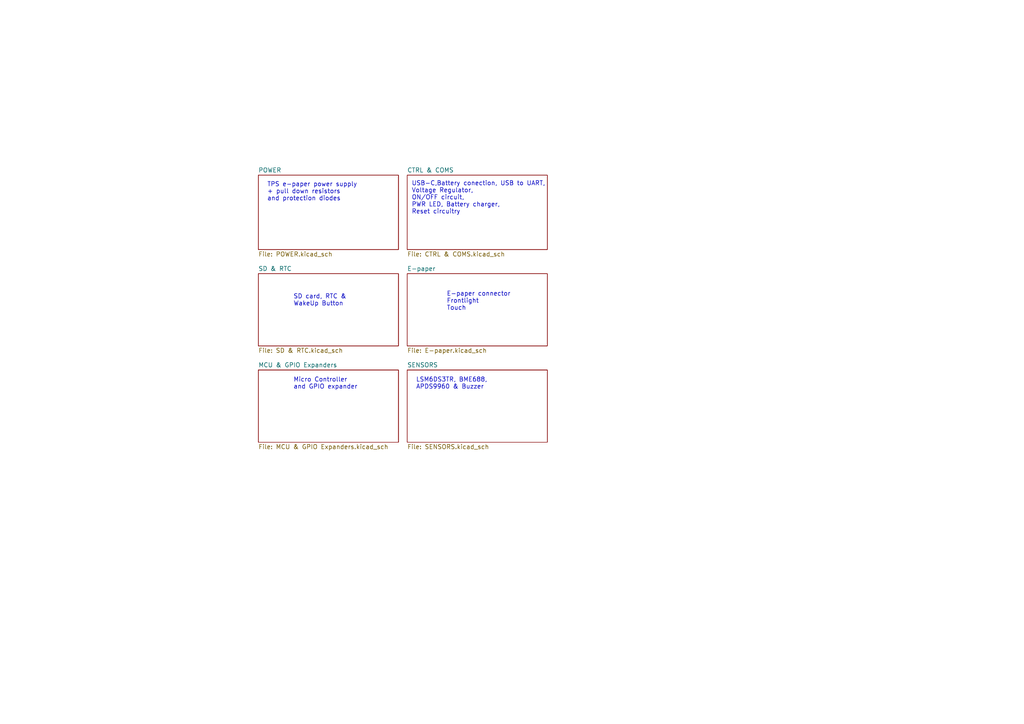
<source format=kicad_sch>
(kicad_sch (version 20211123) (generator eeschema)
  (paper "A4")
  (title_block (title "Soldered Inkplate PLUS2") (date "2023-04-13") (rev "V1.1.0.") (company "SOLDERED"))
  (lib_symbols)
  (text "E-paper connector\nFrontlight\nTouch " (at 129.54 90.17 0) (effects (font (size 1.27 1.27)) (justify left bottom)))
  (text "TPS e-paper power supply\n+ pull down resistors\nand protection diodes" (at 77.47 58.42 0) (effects (font (size 1.27 1.27)) (justify left bottom)))
  (text "USB-C,Battery conection, USB to UART,\nVoltage Regulator, \nON/OFF circuit, \nPWR LED, Battery charger,\nReset circuitry" (at 119.38 62.23 0) (effects (font (size 1.27 1.27)) (justify left bottom)))
  (text "SD card, RTC &\nWakeUp Button" (at 85.09 88.9 0) (effects (font (size 1.27 1.27)) (justify left bottom)))
  (text "LSM6DS3TR, BME688,\nAPDS9960 & Buzzer\n" (at 120.65 113.03 0) (effects (font (size 1.27 1.27)) (justify left bottom)))
  (text "Micro Controller \nand GPIO expander" (at 85.09 113.03 0) (effects (font (size 1.27 1.27)) (justify left bottom)))
  (sheet (at 118.11 79.375) (size 40.64 20.955) (stroke (width 0.1524))
    (property "Sheet name" "E-paper" (at 118.11 78.6634 0) (effects (justify left bottom)))
    (property "Sheet file" "E-paper.kicad_sch" (at 118.11 100.9146 0) (effects (justify left top)))
  )
  (sheet (at 74.93 50.8) (size 40.64 21.59) (stroke (width 0.1524))
    (property "Sheet name" "POWER" (at 74.93 50.0884 0) (effects (justify left bottom)))
    (property "Sheet file" "POWER.kicad_sch" (at 74.93 72.9746 0) (effects (justify left top)))
  )
  (sheet (at 118.11 107.315) (size 40.64 20.955) (stroke (width 0.1524))
    (property "Sheet name" "SENSORS" (at 118.11 106.6034 0) (effects (justify left bottom)))
    (property "Sheet file" "SENSORS.kicad_sch" (at 118.11 128.8546 0) (effects (justify left top)))
  )
  (sheet (at 74.93 107.315) (size 40.64 20.955) (stroke (width 0.1524))
    (property "Sheet name" "MCU & GPIO Expanders" (at 74.93 106.6034 0) (effects (justify left bottom)))
    (property "Sheet file" "MCU & GPIO Expanders.kicad_sch" (at 74.93 128.8546 0) (effects (justify left top)))
  )
  (sheet (at 118.11 50.8) (size 40.64 21.59) (stroke (width 0.1524))
    (property "Sheet name" "CTRL & COMS" (at 118.11 50.0884 0) (effects (justify left bottom)))
    (property "Sheet file" "CTRL & COMS.kicad_sch" (at 118.11 72.9746 0) (effects (justify left top)))
  )
  (sheet (at 74.93 79.375) (size 40.64 20.955) (stroke (width 0.1524))
    (property "Sheet name" "SD & RTC" (at 74.93 78.6634 0) (effects (justify left bottom)))
    (property "Sheet file" "SD & RTC.kicad_sch" (at 74.93 100.9146 0) (effects (justify left top)))
  )
)
</source>
